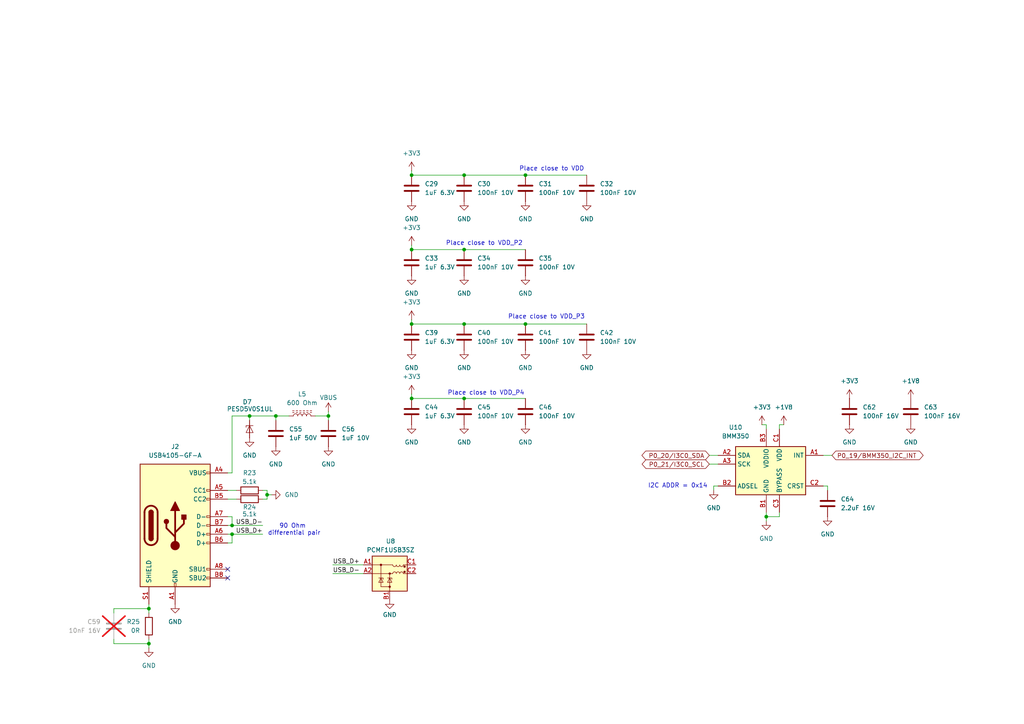
<source format=kicad_sch>
(kicad_sch (version 20250114) (generator "eeschema") (generator_version "9.0")
  (paper "A4")
  (title_block (title "MR-T1-EAP Adapter") (date "2025-08-28") (rev "X0") (company "NXP SEMICONDUCTORS B.V.") (comment 1 "Ethernet Adjacent Power Adapter") (comment 3 "DESIGNER: Iain Galloway") (comment 4 "CTO SYSTEM INNOVATIONS / MOBILE ROBOTICS DOMAIN"))
  (lib_symbols
    (symbol "Connector:USB_C_Receptacle_USB2.0_16P" (pin_names (offset 1.016))
      (property "Reference" "J" (at 0 22.225 0))
      (property "Value" "USB_C_Receptacle_USB2.0_16P" (at 0 19.685 0))
      (symbol "USB_C_Receptacle_USB2.0_16P_0_0"
        (rectangle (start -0.254 -17.78) (end 0.254 -16.764))
        (rectangle (start 10.16 15.494) (end 9.144 14.986))
        (rectangle (start 10.16 10.414) (end 9.144 9.906))
        (rectangle (start 10.16 7.874) (end 9.144 7.366))
        (rectangle (start 10.16 2.794) (end 9.144 2.286))
        (rectangle (start 10.16 0.254) (end 9.144 -0.254))
        (rectangle (start 10.16 -2.286) (end 9.144 -2.794))
        (rectangle (start 10.16 -4.826) (end 9.144 -5.334))
        (rectangle (start 10.16 -12.446) (end 9.144 -12.954))
        (rectangle (start 10.16 -14.986) (end 9.144 -15.494))
      )
      (symbol "USB_C_Receptacle_USB2.0_16P_0_1"
        (rectangle (start -10.16 17.78) (end 10.16 -17.78) (stroke (width 0.254)) (fill (type background)))
        (polyline (pts (xy -8.89 -3.81) (xy -8.89 3.81)) (stroke (width 0.508)))
        (rectangle (start -7.62 -3.81) (end -6.35 3.81) (stroke (width 0.254)) (fill (type outline)))
        (arc (start -7.62 3.81) (mid -6.985 4.4423) (end -6.35 3.81) (stroke (width 0.254)))
        (arc (start -7.62 3.81) (mid -6.985 4.4423) (end -6.35 3.81) (stroke (width 0.254)) (fill (type outline)))
        (arc (start -8.89 3.81) (mid -6.985 5.7067) (end -5.08 3.81) (stroke (width 0.508)))
        (arc (start -5.08 -3.81) (mid -6.985 -5.7067) (end -8.89 -3.81) (stroke (width 0.508)))
        (arc (start -6.35 -3.81) (mid -6.985 -4.4423) (end -7.62 -3.81) (stroke (width 0.254)))
        (arc (start -6.35 -3.81) (mid -6.985 -4.4423) (end -7.62 -3.81) (stroke (width 0.254)) (fill (type outline)))
        (polyline (pts (xy -5.08 3.81) (xy -5.08 -3.81)) (stroke (width 0.508)))
        (circle (center -2.54 1.143) (radius 0.635) (stroke (width 0.254)) (fill (type outline)))
        (polyline (pts (xy -1.27 4.318) (xy 0 6.858) (xy 1.27 4.318) (xy -1.27 4.318)) (stroke (width 0.254)) (fill (type outline)))
        (polyline (pts (xy 0 -2.032) (xy 2.54 0.508) (xy 2.54 1.778)) (stroke (width 0.508)))
        (polyline (pts (xy 0 -3.302) (xy -2.54 -0.762) (xy -2.54 0.508)) (stroke (width 0.508)))
        (polyline (pts (xy 0 -5.842) (xy 0 4.318)) (stroke (width 0.508)))
        (circle (center 0 -5.842) (radius 1.27) (fill (type outline)))
        (rectangle (start 1.905 1.778) (end 3.175 3.048) (stroke (width 0.254)) (fill (type outline)))
      )
      (symbol "USB_C_Receptacle_USB2.0_16P_1_1"
        (pin passive line (at -7.62 -22.86 90) (length 5.08) (name "SHIELD") (number "S1"))
        (pin passive line (at 0 -22.86 90) (length 5.08) (name "GND") (number "A1"))
        (pin passive line (at 0 -22.86 90) (length 5.08) (hide yes) (name "GND") (number "A12"))
        (pin passive line (at 0 -22.86 90) (length 5.08) (hide yes) (name "GND") (number "B1"))
        (pin passive line (at 0 -22.86 90) (length 5.08) (hide yes) (name "GND") (number "B12"))
        (pin passive line (at 15.24 15.24 180) (length 5.08) (name "VBUS") (number "A4"))
        (pin passive line (at 15.24 15.24 180) (length 5.08) (hide yes) (name "VBUS") (number "A9"))
        (pin passive line (at 15.24 15.24 180) (length 5.08) (hide yes) (name "VBUS") (number "B4"))
        (pin passive line (at 15.24 15.24 180) (length 5.08) (hide yes) (name "VBUS") (number "B9"))
        (pin bidirectional line (at 15.24 10.16 180) (length 5.08) (name "CC1") (number "A5"))
        (pin bidirectional line (at 15.24 7.62 180) (length 5.08) (name "CC2") (number "B5"))
        (pin bidirectional line (at 15.24 2.54 180) (length 5.08) (name "D-") (number "A7"))
        (pin bidirectional line (at 15.24 0 180) (length 5.08) (name "D-") (number "B7"))
        (pin bidirectional line (at 15.24 -2.54 180) (length 5.08) (name "D+") (number "A6"))
        (pin bidirectional line (at 15.24 -5.08 180) (length 5.08) (name "D+") (number "B6"))
        (pin bidirectional line (at 15.24 -12.7 180) (length 5.08) (name "SBU1") (number "A8"))
        (pin bidirectional line (at 15.24 -15.24 180) (length 5.08) (name "SBU2") (number "B8"))
      )
    )
    (symbol "Device:C" (pin_numbers (hide yes)) (pin_names (offset 0.254))
      (property "Reference" "C" (at 0.635 2.54 0))
      (property "Value" "C" (at 0.635 -2.54 0))
      (symbol "C_0_1"
        (polyline (pts (xy -2.032 0.762) (xy 2.032 0.762)) (stroke (width 0.508)))
        (polyline (pts (xy -2.032 -0.762) (xy 2.032 -0.762)) (stroke (width 0.508)))
      )
      (symbol "C_1_1"
        (pin passive line (at 0 3.81 270) (length 2.794) (name "~") (number "1"))
        (pin passive line (at 0 -3.81 90) (length 2.794) (name "~") (number "2"))
      )
    )
    (symbol "Device:L_Ferrite" (pin_numbers (hide yes)) (pin_names (offset 1.016) (hide yes))
      (property "Reference" "L" (at -1.27 0 90))
      (property "Value" "L_Ferrite" (at 2.794 0 90))
      (symbol "L_Ferrite_0_1"
        (arc (start 0 2.54) (mid 0.6323 1.905) (end 0 1.27))
        (arc (start 0 1.27) (mid 0.6323 0.635) (end 0 0))
        (arc (start 0 0) (mid 0.6323 -0.635) (end 0 -1.27))
        (arc (start 0 -1.27) (mid 0.6323 -1.905) (end 0 -2.54))
        (polyline (pts (xy 1.016 2.286) (xy 1.016 2.794)))
        (polyline (pts (xy 1.016 1.27) (xy 1.016 1.778)))
        (polyline (pts (xy 1.016 0.254) (xy 1.016 0.762)))
        (polyline (pts (xy 1.016 -0.762) (xy 1.016 -0.254)))
        (polyline (pts (xy 1.016 -1.778) (xy 1.016 -1.27)))
        (polyline (pts (xy 1.016 -2.794) (xy 1.016 -2.286)))
        (polyline (pts (xy 1.524 2.794) (xy 1.524 2.286)))
        (polyline (pts (xy 1.524 1.778) (xy 1.524 1.27)))
        (polyline (pts (xy 1.524 0.762) (xy 1.524 0.254)))
        (polyline (pts (xy 1.524 -0.254) (xy 1.524 -0.762)))
        (polyline (pts (xy 1.524 -1.27) (xy 1.524 -1.778)))
        (polyline (pts (xy 1.524 -2.286) (xy 1.524 -2.794)))
      )
      (symbol "L_Ferrite_1_1"
        (pin passive line (at 0 3.81 270) (length 1.27) (name "1") (number "1"))
        (pin passive line (at 0 -3.81 90) (length 1.27) (name "2") (number "2"))
      )
    )
    (symbol "Device:R" (pin_numbers (hide yes)) (pin_names (offset 0))
      (property "Reference" "R" (at 2.032 0 90))
      (property "Value" "R" (at 0 0 90))
      (symbol "R_0_1"
        (rectangle (start -1.016 -2.54) (end 1.016 2.54) (stroke (width 0.254)))
      )
      (symbol "R_1_1"
        (pin passive line (at 0 3.81 270) (length 1.27) (name "~") (number "1"))
        (pin passive line (at 0 -3.81 90) (length 1.27) (name "~") (number "2"))
      )
    )
    (symbol "Sensors:BMM350"
      (property "Reference" "U" (at 19.304 7.62 0))
      (property "Value" "BMM350" (at 19.304 5.08 0))
      (symbol "BMM350_1_1"
        (rectangle (start 5.08 2.54) (end 25.4 -11.43) (stroke (width 0.254)) (fill (type background)))
        (pin passive line (at 0 0 0) (length 5.08) (name "SDA") (number "A2"))
        (pin passive line (at 0 -2.54 0) (length 5.08) (name "SCK") (number "A3"))
        (pin passive line (at 0 -8.89 0) (length 5.08) (name "ADSEL") (number "B2"))
        (pin passive line (at 13.97 7.62 270) (length 5.08) (name "VDDIO") (number "B3"))
        (pin passive line (at 13.97 -16.51 90) (length 5.08) (name "GND") (number "B1"))
        (pin passive line (at 17.78 7.62 270) (length 5.08) (name "VDD") (number "C1"))
        (pin passive line (at 17.78 -16.51 90) (length 5.08) (name "BYPASS") (number "C3"))
        (pin passive line (at 30.48 0 180) (length 5.08) (name "INT") (number "A1"))
        (pin passive line (at 30.48 -8.89 180) (length 5.08) (name "CRST") (number "C2"))
      )
    )
    (symbol "TVS:PCMF1USB3SZ" (pin_names (hide yes))
      (property "Reference" "U" (at 0.508 7.366 0))
      (property "Value" "PCMF1USB3SZ" (at 0.508 4.826 0))
      (symbol "PCMF1USB3SZ_0_1"
        (rectangle (start 2.54 2.54) (end 12.7 -7.62) (stroke (width 0.254)) (fill (type background)))
        (polyline (pts (xy 2.54 0) (xy 8.509 0)))
        (polyline (pts (xy 2.54 -2.54) (xy 8.509 -2.54)))
        (polyline (pts (xy 5.08 0) (xy 5.08 -6.35)))
        (polyline (pts (xy 7.62 -2.54) (xy 7.62 -7.62)))
        (arc (start 9.525 -0.0377) (mid 9.017 -0.5094) (end 8.509 -0.0377))
        (arc (start 8.509 -2.5023) (mid 9.017 -2.0306) (end 9.525 -2.5023))
        (arc (start 10.541 -0.0377) (mid 10.033 -0.5094) (end 9.525 -0.0377))
        (arc (start 9.525 -2.5023) (mid 10.033 -2.0306) (end 10.541 -2.5023))
        (arc (start 11.557 -0.0377) (mid 11.049 -0.5094) (end 10.541 -0.0377))
        (arc (start 10.541 -2.5023) (mid 11.049 -2.0306) (end 11.557 -2.5023))
        (polyline (pts (xy 12.7 0) (xy 11.557 0)))
        (polyline (pts (xy 12.7 -2.54) (xy 11.557 -2.54)))
      )
      (symbol "PCMF1USB3SZ_1_1"
        (polyline (pts (xy 4.445 -5.08) (xy 5.715 -5.08) (xy 5.08 -3.81) (xy 4.445 -5.08)))
        (circle (center 5.08 0) (radius 0.254) (fill (type outline)))
        (polyline (pts (xy 5.715 -4.191) (xy 5.715 -3.81) (xy 4.445 -3.81)))
        (polyline (pts (xy 6.985 -5.08) (xy 8.255 -5.08) (xy 7.62 -3.81) (xy 6.985 -5.08)))
        (circle (center 7.62 -2.54) (radius 0.254) (fill (type outline)))
        (polyline (pts (xy 7.62 -6.35) (xy 5.08 -6.35)))
        (circle (center 7.62 -6.35) (radius 0.254) (fill (type outline)))
        (polyline (pts (xy 8.255 -4.191) (xy 8.255 -3.81) (xy 6.985 -3.81)))
        (circle (center 11.938 -0.508) (radius 0.254) (fill (type outline)))
        (circle (center 11.938 -2.032) (radius 0.254) (fill (type outline)))
        (pin passive line (at 0 0 0) (length 2.54) (name "CH1_IN+") (number "A1"))
        (pin passive line (at 0 -2.54 0) (length 2.54) (name "CH1_IN-") (number "A2"))
        (pin power_in line (at 7.62 -10.16 90) (length 2.54) (name "GND_CH1") (number "B1"))
        (pin passive line (at 15.24 0 180) (length 2.54) (name "CH1_OUT+") (number "C1"))
        (pin passive line (at 15.24 -2.54 180) (length 2.54) (name "CH1_OUT-") (number "C2"))
      )
    )
    (symbol "TVS:PESD5V0S1UL" (pin_numbers (hide yes)) (pin_names (hide yes))
      (property "Reference" "D" (at -2.794 4.318 0))
      (property "Value" "PESD5V0S1UL" (at 3.048 2.286 0))
      (symbol "PESD5V0S1UL_0_1"
        (polyline (pts (xy 1.524 1.016) (xy 1.524 -1.016) (xy 2.032 -1.016)))
        (polyline (pts (xy 1.524 0) (xy 3.556 0)))
        (polyline (pts (xy 3.556 1.016) (xy 1.524 0) (xy 3.556 -1.016) (xy 3.556 1.016)))
      )
      (symbol "PESD5V0S1UL_1_1"
        (pin passive line (at 0 0 0) (length 2.54) (name "K1") (number "1"))
        (pin passive line (at 5.08 0 180) (length 2.54) (name "A") (number "2"))
      )
    )
    (symbol "power:+3V3" (power) (pin_numbers (hide yes)) (pin_names (offset 0) (hide yes))
      (property "Value" "+3V3" (at 0 3.556 0))
      (symbol "+3V3_0_1"
        (polyline (pts (xy -0.762 1.27) (xy 0 2.54)))
        (polyline (pts (xy 0 2.54) (xy 0.762 1.27)))
        (polyline (pts (xy 0 0) (xy 0 2.54)))
      )
      (symbol "+3V3_1_1"
        (pin power_in line (at 0 0 90) (length 0) (name "~") (number "1"))
      )
    )
    (symbol "power:+5V" (power) (pin_numbers (hide yes)) (pin_names (offset 0) (hide yes))
      (property "Value" "+5V" (at 0 3.556 0))
      (symbol "+5V_0_1"
        (polyline (pts (xy -0.762 1.27) (xy 0 2.54)))
        (polyline (pts (xy 0 2.54) (xy 0.762 1.27)))
        (polyline (pts (xy 0 0) (xy 0 2.54)))
      )
      (symbol "+5V_1_1"
        (pin power_in line (at 0 0 90) (length 0) (name "~") (number "1"))
      )
    )
    (symbol "power:GND" (power) (pin_numbers (hide yes)) (pin_names (offset 0) (hide yes))
      (property "Value" "GND" (at 0 -3.81 0))
      (symbol "GND_0_1"
        (polyline (pts (xy 0 0) (xy 0 -1.27) (xy 1.27 -1.27) (xy 0 -2.54) (xy -1.27 -1.27) (xy 0 -1.27)))
      )
      (symbol "GND_1_1"
        (pin power_in line (at 0 0 270) (length 0) (name "~") (number "1"))
      )
    )
    (symbol "power:VBUS" (power) (pin_numbers (hide yes)) (pin_names (offset 0) (hide yes))
      (property "Value" "VBUS" (at 0 3.556 0))
      (symbol "VBUS_0_1"
        (polyline (pts (xy -0.762 1.27) (xy 0 2.54)))
        (polyline (pts (xy 0 2.54) (xy 0.762 1.27)))
        (polyline (pts (xy 0 0) (xy 0 2.54)))
      )
      (symbol "VBUS_1_1"
        (pin power_in line (at 0 0 90) (length 0) (name "~") (number "1"))
      )
    )
  )
  (text "Place close to VDD" (at 160.02 49.022 0) (effects (font (size 1.27 1.27))))
  (text "Place close to VDD_P4" (at 140.97 114.046 0) (effects (font (size 1.27 1.27))))
  (text "90 Ohm \ndifferential pair" (at 85.344 153.67 0) (effects (font (size 1.27 1.27))))
  (text "I2C ADDR = 0x14" (at 196.596 140.97 0) (effects (font (size 1.27 1.27))))
  (text "Place close to VDD_P3" (at 158.496 91.948 0) (effects (font (size 1.27 1.27))))
  (text "Place close to VDD_P2" (at 140.462 70.612 0) (effects (font (size 1.27 1.27))))
  (junction (at 95.25 120.65))
  (junction (at 152.4 50.8))
  (junction (at 152.4 93.98))
  (junction (at 43.18 186.69))
  (junction (at 119.38 115.57))
  (junction (at 43.18 176.53))
  (junction (at 67.31 152.4))
  (junction (at 134.62 93.98))
  (junction (at 134.62 115.57))
  (junction (at 80.01 120.65))
  (junction (at 67.31 154.94))
  (junction (at 119.38 72.39))
  (junction (at 72.39 120.65))
  (junction (at 222.25 149.86))
  (junction (at 119.38 93.98))
  (junction (at 119.38 50.8))
  (junction (at 134.62 72.39))
  (junction (at 77.47 143.51))
  (junction (at 134.62 50.8))
  (no_connect (at 66.04 167.64))
  (no_connect (at 66.04 165.1))
  (wire (pts (xy 43.18 176.53) (xy 43.18 175.26)))
  (wire (pts (xy 119.38 115.57) (xy 134.62 115.57)))
  (wire (pts (xy 43.18 176.53) (xy 43.18 177.8)))
  (wire (pts (xy 134.62 50.8) (xy 152.4 50.8)))
  (wire (pts (xy 96.52 163.83) (xy 105.41 163.83)))
  (wire (pts (xy 66.04 149.86) (xy 67.31 149.86)))
  (wire (pts (xy 66.04 137.16) (xy 67.31 137.16)))
  (wire (pts (xy 220.98 123.19) (xy 222.25 123.19)))
  (wire (pts (xy 66.04 144.78) (xy 68.58 144.78)))
  (wire (pts (xy 205.74 134.62) (xy 208.28 134.62)))
  (wire (pts (xy 222.25 149.86) (xy 222.25 151.13)))
  (wire (pts (xy 33.02 176.53) (xy 43.18 176.53)))
  (wire (pts (xy 95.25 119.38) (xy 95.25 120.65)))
  (wire (pts (xy 152.4 93.98) (xy 170.18 93.98)))
  (wire (pts (xy 119.38 50.8) (xy 134.62 50.8)))
  (wire (pts (xy 134.62 93.98) (xy 152.4 93.98)))
  (wire (pts (xy 67.31 154.94) (xy 76.2 154.94)))
  (wire (pts (xy 226.06 149.86) (xy 226.06 148.59)))
  (wire (pts (xy 222.25 149.86) (xy 226.06 149.86)))
  (wire (pts (xy 66.04 142.24) (xy 68.58 142.24)))
  (wire (pts (xy 67.31 120.65) (xy 67.31 137.16)))
  (wire (pts (xy 119.38 71.12) (xy 119.38 72.39)))
  (wire (pts (xy 91.44 120.65) (xy 95.25 120.65)))
  (wire (pts (xy 238.76 140.97) (xy 240.03 140.97)))
  (wire (pts (xy 222.25 148.59) (xy 222.25 149.86)))
  (wire (pts (xy 207.01 140.97) (xy 208.28 140.97)))
  (wire (pts (xy 205.74 132.08) (xy 208.28 132.08)))
  (wire (pts (xy 80.01 120.65) (xy 80.01 121.92)))
  (wire (pts (xy 134.62 115.57) (xy 152.4 115.57)))
  (wire (pts (xy 119.38 114.3) (xy 119.38 115.57)))
  (wire (pts (xy 240.03 140.97) (xy 240.03 142.24)))
  (wire (pts (xy 77.47 144.78) (xy 76.2 144.78)))
  (wire (pts (xy 77.47 143.51) (xy 78.74 143.51)))
  (wire (pts (xy 67.31 152.4) (xy 76.2 152.4)))
  (wire (pts (xy 67.31 149.86) (xy 67.31 152.4)))
  (wire (pts (xy 72.39 121.92) (xy 72.39 120.65)))
  (wire (pts (xy 77.47 142.24) (xy 77.47 143.51)))
  (wire (pts (xy 66.04 157.48) (xy 67.31 157.48)))
  (wire (pts (xy 238.76 132.08) (xy 241.3 132.08)))
  (wire (pts (xy 33.02 186.69) (xy 33.02 185.42)))
  (wire (pts (xy 67.31 157.48) (xy 67.31 154.94)))
  (wire (pts (xy 226.06 123.19) (xy 226.06 124.46)))
  (wire (pts (xy 95.25 120.65) (xy 95.25 121.92)))
  (wire (pts (xy 43.18 186.69) (xy 33.02 186.69)))
  (wire (pts (xy 207.01 140.97) (xy 207.01 142.24)))
  (wire (pts (xy 33.02 177.8) (xy 33.02 176.53)))
  (wire (pts (xy 77.47 143.51) (xy 77.47 144.78)))
  (wire (pts (xy 67.31 120.65) (xy 72.39 120.65)))
  (wire (pts (xy 119.38 72.39) (xy 134.62 72.39)))
  (wire (pts (xy 119.38 92.71) (xy 119.38 93.98)))
  (wire (pts (xy 152.4 50.8) (xy 170.18 50.8)))
  (wire (pts (xy 66.04 154.94) (xy 67.31 154.94)))
  (wire (pts (xy 72.39 120.65) (xy 80.01 120.65)))
  (wire (pts (xy 119.38 93.98) (xy 134.62 93.98)))
  (wire (pts (xy 134.62 72.39) (xy 152.4 72.39)))
  (wire (pts (xy 96.52 166.37) (xy 105.41 166.37)))
  (wire (pts (xy 227.33 123.19) (xy 226.06 123.19)))
  (wire (pts (xy 76.2 142.24) (xy 77.47 142.24)))
  (wire (pts (xy 66.04 152.4) (xy 67.31 152.4)))
  (wire (pts (xy 80.01 120.65) (xy 83.82 120.65)))
  (wire (pts (xy 119.38 49.53) (xy 119.38 50.8)))
  (wire (pts (xy 43.18 186.69) (xy 43.18 187.96)))
  (wire (pts (xy 222.25 123.19) (xy 222.25 124.46)))
  (wire (pts (xy 43.18 185.42) (xy 43.18 186.69)))
  (label "USB_D+" (at 96.52 163.83 0))
  (label "USB_D-" (at 96.52 166.37 0))
  (label "USB_D-" (at 76.2 152.4 180))
  (label "USB_D+" (at 76.2 154.94 180))
  (global_label "P0_21{slash}I3C0_SCL" (shape bidirectional) (at 205.74 134.62 180) (property "Intersheetrefs" "${INTERSHEET_REFS}" (at 185.6779 134.62 0) (effects (justify right))))
  (global_label "P0_19{slash}BMM350_I2C_INT" (shape bidirectional) (at 241.3 132.08 0) (property "Intersheetrefs" "${INTERSHEET_REFS}" (at 268.3168 132.08 0) (effects (justify left))))
  (global_label "P0_20{slash}I3C0_SDA" (shape bidirectional) (at 205.74 132.08 180) (property "Intersheetrefs" "${INTERSHEET_REFS}" (at 185.6174 132.08 0) (effects (justify right))))
  (symbol (lib_id "Device:C") (at 134.62 119.38 0) (unit 1)
    (property "Reference" "C45" (at 138.43 118.1099 0) (effects (justify left)))
    (property "Value" "100nF 10V" (at 138.43 120.6499 0) (effects (justify left)))
    (property "Footprint" "Capacitor_SMD:C_0201_0603Metric" (effects (hide yes)))
    (property "Description" "Unpolarized capacitor" (effects (hide yes)))
    (property "MF" "Murata Electronics" (effects (hide yes)))
    (property "MFPN" "GRM033Z71A104KE14D " (effects (hide yes)))
    (property "JLCPCB" "C161494" (effects (hide yes)))
    (property "DigiKey" "490-GRM033Z71A104KE14DCT-ND " (effects (hide yes)))
  )
  (symbol (lib_id "power:VBUS") (at 95.25 119.38 0) (unit 1)
    (property "Reference" "#PWR094" (effects (hide yes)))
    (property "Value" "VBUS" (at 92.71 115.316 0) (effects (justify left)))
    (property "Description" "Power symbol creates a global label with name \"VBUS\"" (effects (hide yes)))
  )
  (symbol (lib_id "Device:C") (at 170.18 54.61 0) (unit 1)
    (property "Reference" "C32" (at 173.99 53.3399 0) (effects (justify left)))
    (property "Value" "100nF 10V" (at 173.99 55.8799 0) (effects (justify left)))
    (property "Footprint" "Capacitor_SMD:C_0201_0603Metric" (effects (hide yes)))
    (property "Description" "Unpolarized capacitor" (effects (hide yes)))
    (property "MF" "Murata Electronics" (effects (hide yes)))
    (property "MFPN" "GRM033Z71A104KE14D " (effects (hide yes)))
    (property "JLCPCB" "C161494" (effects (hide yes)))
    (property "DigiKey" "490-GRM033Z71A104KE14DCT-ND " (effects (hide yes)))
  )
  (symbol (lib_id "Device:R") (at 72.39 142.24 90) (unit 1)
    (property "Reference" "R23" (at 72.39 137.16 90))
    (property "Value" "5.1k" (at 72.39 139.7 90))
    (property "Footprint" "Resistor_SMD:R_0402_1005Metric" (effects (hide yes)))
    (property "Description" "Resistor" (effects (hide yes)))
    (property "MF" "YAGEO" (effects (hide yes)))
    (property "MFPN" "AC0402FR-075K1L" (effects (hide yes)))
    (property "DigiKey" "YAG3503CT-ND" (effects (hide yes)))
    (property "JLCPCB" "C144745" (effects (hide yes)))
  )
  (symbol (lib_id "power:GND") (at 240.03 149.86 0) (unit 1)
    (property "Reference" "#PWR0118" (effects (hide yes)))
    (property "Value" "GND" (at 240.03 154.94 0))
    (property "Description" "Power symbol creates a global label with name \"GND\" , ground" (effects (hide yes)))
  )
  (symbol (lib_id "Device:C") (at 119.38 97.79 0) (unit 1)
    (property "Reference" "C39" (at 123.19 96.5199 0) (effects (justify left)))
    (property "Value" "1uF 6.3V" (at 123.19 99.0599 0) (effects (justify left)))
    (property "Footprint" "Capacitor_SMD:C_0402_1005Metric" (effects (hide yes)))
    (property "Description" "Unpolarized capacitor" (effects (hide yes)))
    (property "MF" "Murata Electronics" (effects (hide yes)))
    (property "MFPN" "GRM155R70J105KA12D" (effects (hide yes)))
    (property "JLCPCB" "C88945" (effects (hide yes)))
    (property "DigiKey" "490-10024-1-ND " (effects (hide yes)))
  )
  (symbol (lib_id "Device:L_Ferrite") (at 87.63 120.65 90) (unit 1)
    (property "Reference" "L5" (at 87.63 114.3 90))
    (property "Value" "600 Ohm" (at 87.63 116.84 90))
    (property "Footprint" "Inductor_SMD:L_0402_1005Metric" (effects (hide yes)))
    (property "Datasheet" "https://www.murata.com/en-us/products/productdata/8796740059166/ENFA0018.pdf" (effects (hide yes)))
    (property "Description" "600 Ohms @ 100 MHz 1 Ferrite Bead 0402 (1005 Metric) 300mA 520mOhm" (effects (hide yes)))
    (property "MF" "Murata Electronics" (effects (hide yes)))
    (property "MFPN" "BLM15AG601SN1D" (effects (hide yes)))
    (property "JLCPCB" "C76884" (effects (hide yes)))
    (property "DigiKey" "490-1006-1-ND " (effects (hide yes)))
  )
  (symbol (lib_id "Device:C") (at 134.62 76.2 0) (unit 1)
    (property "Reference" "C34" (at 138.43 74.9299 0) (effects (justify left)))
    (property "Value" "100nF 10V" (at 138.43 77.4699 0) (effects (justify left)))
    (property "Footprint" "Capacitor_SMD:C_0201_0603Metric" (effects (hide yes)))
    (property "Description" "Unpolarized capacitor" (effects (hide yes)))
    (property "MF" "Murata Electronics" (effects (hide yes)))
    (property "MFPN" "GRM033Z71A104KE14D " (effects (hide yes)))
    (property "JLCPCB" "C161494" (effects (hide yes)))
    (property "DigiKey" "490-GRM033Z71A104KE14DCT-ND " (effects (hide yes)))
  )
  (symbol (lib_id "Device:C") (at 119.38 54.61 0) (unit 1)
    (property "Reference" "C29" (at 123.19 53.3399 0) (effects (justify left)))
    (property "Value" "1uF 6.3V" (at 123.19 55.8799 0) (effects (justify left)))
    (property "Footprint" "Capacitor_SMD:C_0402_1005Metric" (effects (hide yes)))
    (property "Description" "Unpolarized capacitor" (effects (hide yes)))
    (property "MF" "Murata Electronics" (effects (hide yes)))
    (property "MFPN" "GRM155R70J105KA12D" (effects (hide yes)))
    (property "JLCPCB" "C88945" (effects (hide yes)))
    (property "DigiKey" "490-10024-1-ND " (effects (hide yes)))
  )
  (symbol (lib_id "power:GND") (at 152.4 101.6 0) (unit 1)
    (property "Reference" "#PWR076" (effects (hide yes)))
    (property "Value" "GND" (at 152.4 106.68 0))
    (property "Description" "Power symbol creates a global label with name \"GND\" , ground" (effects (hide yes)))
  )
  (symbol (lib_id "power:GND") (at 50.8 175.26 0) (unit 1)
    (property "Reference" "#PWR0104" (effects (hide yes)))
    (property "Value" "GND" (at 50.8 180.34 0))
    (property "Description" "Power symbol creates a global label with name \"GND\" , ground" (effects (hide yes)))
  )
  (symbol (lib_id "power:GND") (at 119.38 123.19 0) (unit 1)
    (property "Reference" "#PWR083" (effects (hide yes)))
    (property "Value" "GND" (at 119.38 128.27 0))
    (property "Description" "Power symbol creates a global label with name \"GND\" , ground" (effects (hide yes)))
  )
  (symbol (lib_id "Device:C") (at 240.03 146.05 0) (unit 1)
    (property "Reference" "C64" (at 243.84 144.7799 0) (effects (justify left)))
    (property "Value" "2.2uF 16V" (at 243.84 147.3199 0) (effects (justify left)))
    (property "Footprint" "Capacitor_SMD:C_0805_2012Metric" (effects (hide yes)))
    (property "Description" "Unpolarized capacitor" (effects (hide yes)))
    (property "MF" "Murata Electronics" (effects (hide yes)))
    (property "MFPN" "GRM21BR71C225KA12L" (effects (hide yes)))
    (property "DigiKey" "490-3906-1-ND" (effects (hide yes)))
    (property "JLCPCB" "C108378" (effects (hide yes)))
  )
  (symbol (lib_id "Device:C") (at 80.01 125.73 0) (unit 1)
    (property "Reference" "C55" (at 83.82 124.4599 0) (effects (justify left)))
    (property "Value" "1uF 50V" (at 83.82 126.9999 0) (effects (justify left)))
    (property "Footprint" "Capacitor_SMD:C_0805_2012Metric" (effects (hide yes)))
    (property "Description" "Unpolarized capacitor" (effects (hide yes)))
    (property "MF" "Murata Electronics" (effects (hide yes)))
    (property "MFPN" "GJ821BR71H105KA12L" (effects (hide yes)))
    (property "JLCPCB" "C161281" (effects (hide yes)))
    (property "DigiKey" "490-14440-1-ND" (effects (hide yes)))
  )
  (symbol (lib_id "Device:C") (at 264.16 119.38 0) (unit 1)
    (property "Reference" "C63" (at 267.97 118.1099 0) (effects (justify left)))
    (property "Value" "100nF 16V" (at 267.97 120.6499 0) (effects (justify left)))
    (property "Footprint" "Capacitor_SMD:C_0402_1005Metric" (effects (hide yes)))
    (property "Description" "Unpolarized capacitor" (effects (hide yes)))
    (property "MF" "Murata Electronics" (effects (hide yes)))
    (property "MFPN" "GRM155R71C104KA88D" (effects (hide yes)))
    (property "DigiKey" "490-3261-1-ND" (effects (hide yes)))
    (property "JLCPCB" "C71629" (effects (hide yes)))
  )
  (symbol (lib_id "power:GND") (at 95.25 129.54 0) (unit 1)
    (property "Reference" "#PWR097" (effects (hide yes)))
    (property "Value" "GND" (at 95.25 134.62 0))
    (property "Description" "Power symbol creates a global label with name \"GND\" , ground" (effects (hide yes)))
  )
  (symbol (lib_id "power:GND") (at 246.38 123.19 0) (unit 1)
    (property "Reference" "#PWR0115" (effects (hide yes)))
    (property "Value" "GND" (at 246.38 128.27 0))
    (property "Description" "Power symbol creates a global label with name \"GND\" , ground" (effects (hide yes)))
  )
  (symbol (lib_id "Device:C") (at 119.38 76.2 0) (unit 1)
    (property "Reference" "C33" (at 123.19 74.9299 0) (effects (justify left)))
    (property "Value" "1uF 6.3V" (at 123.19 77.4699 0) (effects (justify left)))
    (property "Footprint" "Capacitor_SMD:C_0402_1005Metric" (effects (hide yes)))
    (property "Description" "Unpolarized capacitor" (effects (hide yes)))
    (property "MF" "Murata Electronics" (effects (hide yes)))
    (property "MFPN" "GRM155R70J105KA12D" (effects (hide yes)))
    (property "JLCPCB" "C88945" (effects (hide yes)))
    (property "DigiKey" "490-10024-1-ND " (effects (hide yes)))
  )
  (symbol (lib_id "power:GND") (at 119.38 80.01 0) (unit 1)
    (property "Reference" "#PWR066" (effects (hide yes)))
    (property "Value" "GND" (at 119.38 85.09 0))
    (property "Description" "Power symbol creates a global label with name \"GND\" , ground" (effects (hide yes)))
  )
  (symbol (lib_id "Device:C") (at 152.4 119.38 0) (unit 1)
    (property "Reference" "C46" (at 156.21 118.1099 0) (effects (justify left)))
    (property "Value" "100nF 10V" (at 156.21 120.6499 0) (effects (justify left)))
    (property "Footprint" "Capacitor_SMD:C_0201_0603Metric" (effects (hide yes)))
    (property "Description" "Unpolarized capacitor" (effects (hide yes)))
    (property "MF" "Murata Electronics" (effects (hide yes)))
    (property "MFPN" "GRM033Z71A104KE14D " (effects (hide yes)))
    (property "JLCPCB" "C161494" (effects (hide yes)))
    (property "DigiKey" "490-GRM033Z71A104KE14DCT-ND " (effects (hide yes)))
  )
  (symbol (lib_id "power:+3V3") (at 119.38 92.71 0) (unit 1)
    (property "Reference" "#PWR072" (effects (hide yes)))
    (property "Value" "+3V3" (at 119.38 87.63 0))
    (property "Description" "Power symbol creates a global label with name \"+3V3\"" (effects (hide yes)))
  )
  (symbol (lib_id "power:GND") (at 264.16 123.19 0) (unit 1)
    (property "Reference" "#PWR0116" (effects (hide yes)))
    (property "Value" "GND" (at 264.16 128.27 0))
    (property "Description" "Power symbol creates a global label with name \"GND\" , ground" (effects (hide yes)))
  )
  (symbol (lib_id "Device:C") (at 119.38 119.38 0) (unit 1)
    (property "Reference" "C44" (at 123.19 118.1099 0) (effects (justify left)))
    (property "Value" "1uF 6.3V" (at 123.19 120.6499 0) (effects (justify left)))
    (property "Footprint" "Capacitor_SMD:C_0402_1005Metric" (effects (hide yes)))
    (property "Description" "Unpolarized capacitor" (effects (hide yes)))
    (property "MF" "Murata Electronics" (effects (hide yes)))
    (property "MFPN" "GRM155R70J105KA12D" (effects (hide yes)))
    (property "JLCPCB" "C88945" (effects (hide yes)))
    (property "DigiKey" "490-10024-1-ND " (effects (hide yes)))
  )
  (symbol (lib_id "Device:C") (at 134.62 54.61 0) (unit 1)
    (property "Reference" "C30" (at 138.43 53.3399 0) (effects (justify left)))
    (property "Value" "100nF 10V" (at 138.43 55.8799 0) (effects (justify left)))
    (property "Footprint" "Capacitor_SMD:C_0201_0603Metric" (effects (hide yes)))
    (property "Description" "Unpolarized capacitor" (effects (hide yes)))
    (property "MF" "Murata Electronics" (effects (hide yes)))
    (property "MFPN" "GRM033Z71A104KE14D " (effects (hide yes)))
    (property "JLCPCB" "C161494" (effects (hide yes)))
    (property "DigiKey" "490-GRM033Z71A104KE14DCT-ND " (effects (hide yes)))
  )
  (symbol (lib_id "Device:C") (at 152.4 76.2 0) (unit 1)
    (property "Reference" "C35" (at 156.21 74.9299 0) (effects (justify left)))
    (property "Value" "100nF 10V" (at 156.21 77.4699 0) (effects (justify left)))
    (property "Footprint" "Capacitor_SMD:C_0201_0603Metric" (effects (hide yes)))
    (property "Description" "Unpolarized capacitor" (effects (hide yes)))
    (property "MF" "Murata Electronics" (effects (hide yes)))
    (property "MFPN" "GRM033Z71A104KE14D " (effects (hide yes)))
    (property "JLCPCB" "C161494" (effects (hide yes)))
    (property "DigiKey" "490-GRM033Z71A104KE14DCT-ND " (effects (hide yes)))
  )
  (symbol (lib_id "Device:C") (at 152.4 97.79 0) (unit 1)
    (property "Reference" "C41" (at 156.21 96.5199 0) (effects (justify left)))
    (property "Value" "100nF 10V" (at 156.21 99.0599 0) (effects (justify left)))
    (property "Footprint" "Capacitor_SMD:C_0201_0603Metric" (effects (hide yes)))
    (property "Description" "Unpolarized capacitor" (effects (hide yes)))
    (property "MF" "Murata Electronics" (effects (hide yes)))
    (property "MFPN" "GRM033Z71A104KE14D " (effects (hide yes)))
    (property "JLCPCB" "C161494" (effects (hide yes)))
    (property "DigiKey" "490-GRM033Z71A104KE14DCT-ND " (effects (hide yes)))
  )
  (symbol (lib_id "Device:C") (at 170.18 97.79 0) (unit 1)
    (property "Reference" "C42" (at 173.99 96.5199 0) (effects (justify left)))
    (property "Value" "100nF 10V" (at 173.99 99.0599 0) (effects (justify left)))
    (property "Footprint" "Capacitor_SMD:C_0201_0603Metric" (effects (hide yes)))
    (property "Description" "Unpolarized capacitor" (effects (hide yes)))
    (property "MF" "Murata Electronics" (effects (hide yes)))
    (property "MFPN" "GRM033Z71A104KE14D " (effects (hide yes)))
    (property "JLCPCB" "C161494" (effects (hide yes)))
    (property "DigiKey" "490-GRM033Z71A104KE14DCT-ND " (effects (hide yes)))
  )
  (symbol (lib_id "power:+3V3") (at 220.98 123.19 0) (unit 1)
    (property "Reference" "#PWR0113" (effects (hide yes)))
    (property "Value" "+3V3" (at 220.98 118.11 0))
    (property "Description" "Power symbol creates a global label with name \"+3V3\"" (effects (hide yes)))
  )
  (symbol (lib_id "power:+3V3") (at 119.38 49.53 0) (unit 1)
    (property "Reference" "#PWR059" (effects (hide yes)))
    (property "Value" "+3V3" (at 119.38 44.45 0))
    (property "Description" "Power symbol creates a global label with name \"+3V3\"" (effects (hide yes)))
  )
  (symbol (lib_id "power:GND") (at 170.18 101.6 0) (unit 1)
    (property "Reference" "#PWR077" (effects (hide yes)))
    (property "Value" "GND" (at 170.18 106.68 0))
    (property "Description" "Power symbol creates a global label with name \"GND\" , ground" (effects (hide yes)))
  )
  (symbol (lib_id "power:GND") (at 43.18 187.96 0) (unit 1)
    (property "Reference" "#PWR0105" (effects (hide yes)))
    (property "Value" "GND" (at 43.18 193.04 0))
    (property "Description" "Power symbol creates a global label with name \"GND\" , ground" (effects (hide yes)))
  )
  (symbol (lib_id "power:GND") (at 78.74 143.51 90) (unit 1)
    (property "Reference" "#PWR0100" (effects (hide yes)))
    (property "Value" "GND" (at 82.55 143.5099 90) (effects (justify right)))
    (property "Description" "Power symbol creates a global label with name \"GND\" , ground" (effects (hide yes)))
  )
  (symbol (lib_id "power:GND") (at 222.25 151.13 0) (unit 1)
    (property "Reference" "#PWR0119" (effects (hide yes)))
    (property "Value" "GND" (at 222.25 156.21 0))
    (property "Description" "Power symbol creates a global label with name \"GND\" , ground" (effects (hide yes)))
  )
  (symbol (lib_id "power:+3V3") (at 119.38 114.3 0) (unit 1)
    (property "Reference" "#PWR081" (effects (hide yes)))
    (property "Value" "+3V3" (at 119.38 109.22 0))
    (property "Description" "Power symbol creates a global label with name \"+3V3\"" (effects (hide yes)))
  )
  (symbol (lib_id "power:GND") (at 170.18 58.42 0) (unit 1)
    (property "Reference" "#PWR063" (effects (hide yes)))
    (property "Value" "GND" (at 170.18 63.5 0))
    (property "Description" "Power symbol creates a global label with name \"GND\" , ground" (effects (hide yes)))
  )
  (symbol (lib_id "power:+5V") (at 264.16 115.57 0) (unit 1)
    (property "Reference" "#PWR0112" (effects (hide yes)))
    (property "Value" "+1V8" (at 264.16 110.49 0))
    (property "Description" "Power symbol creates a global label with name \"+5V\"" (effects (hide yes)))
  )
  (symbol (lib_id "power:GND") (at 134.62 58.42 0) (unit 1)
    (property "Reference" "#PWR061" (effects (hide yes)))
    (property "Value" "GND" (at 134.62 63.5 0))
    (property "Description" "Power symbol creates a global label with name \"GND\" , ground" (effects (hide yes)))
  )
  (symbol (lib_id "power:GND") (at 80.01 129.54 0) (unit 1)
    (property "Reference" "#PWR096" (effects (hide yes)))
    (property "Value" "GND" (at 80.01 134.62 0))
    (property "Description" "Power symbol creates a global label with name \"GND\" , ground" (effects (hide yes)))
  )
  (symbol (lib_id "power:+3V3") (at 119.38 71.12 0) (unit 1)
    (property "Reference" "#PWR064" (effects (hide yes)))
    (property "Value" "+3V3" (at 119.38 66.04 0))
    (property "Description" "Power symbol creates a global label with name \"+3V3\"" (effects (hide yes)))
  )
  (symbol (lib_id "TVS:PCMF1USB3SZ") (at 105.41 163.83 0) (unit 1)
    (property "Reference" "U8" (at 113.284 156.972 0))
    (property "Value" "PCMF1USB3SZ" (at 113.284 159.512 0))
    (property "Footprint" "TVS:PESD1USB3BCX" (effects (hide yes)))
    (property "Datasheet" "https://assets.nexperia.com/documents/data-sheet/PCMFXUSB3S_SER.pdf" (effects (hide yes)))
    (property "Description" "PCMFxUSB3S - Common-mode EMI filter for differential channels with integrated ESD protection" (effects (hide yes)))
    (property "MF" "Nexperia USA Inc." (effects (hide yes)))
    (property "MFPN" "PCMF1USB3SZ" (effects (hide yes)))
    (property "DigiKey" "1727-2508-1-ND" (effects (hide yes)))
    (property "JLCPCB" "-" (effects (hide yes)))
  )
  (symbol (lib_id "Connector:USB_C_Receptacle_USB2.0_16P") (at 50.8 152.4 0) (unit 1)
    (property "Reference" "J2" (at 50.8 129.54 0))
    (property "Value" "USB4105-GF-A" (at 50.8 132.08 0))
    (property "Footprint" "Connector_USB:USB_C_Receptacle_GCT_USB4105-xx-A_16P_TopMnt_Horizontal" (effects (hide yes)))
    (property "Datasheet" "https://www.usb.org/sites/default/files/documents/usb_type-c.zip" (effects (hide yes)))
    (property "Description" "USB 2.0-only 16P Type-C Receptacle connector" (effects (hide yes)))
    (property "MF" "GCT" (effects (hide yes)))
    (property "MFPN" "USB4105-GF-A" (effects (hide yes)))
    (property "DigiKey" "2073-USB4105-GF-ACT-ND" (effects (hide yes)))
    (property "JLCPCB" "C165948" (effects (hide yes)))
  )
  (symbol (lib_id "Device:C") (at 95.25 125.73 0) (unit 1)
    (property "Reference" "C56" (at 99.06 124.4599 0) (effects (justify left)))
    (property "Value" "1uF 10V" (at 99.06 126.9999 0) (effects (justify left)))
    (property "Footprint" "Capacitor_SMD:C_0402_1005Metric" (effects (hide yes)))
    (property "Description" "Unpolarized capacitor" (effects (hide yes)))
    (property "MF" "Murata Electronics" (effects (hide yes)))
    (property "MFPN" "GRM155Z71A105KE01D" (effects (hide yes)))
    (property "JLCPCB" "C528974" (effects (hide yes)))
    (property "DigiKey" "490-GRM155Z71A105KE01DCT-ND " (effects (hide yes)))
  )
  (symbol (lib_id "power:GND") (at 134.62 80.01 0) (unit 1)
    (property "Reference" "#PWR067" (effects (hide yes)))
    (property "Value" "GND" (at 134.62 85.09 0))
    (property "Description" "Power symbol creates a global label with name \"GND\" , ground" (effects (hide yes)))
  )
  (symbol (lib_id "power:GND") (at 113.03 173.99 0) (unit 1)
    (property "Reference" "#PWR0101" (effects (hide yes)))
    (property "Value" "GND" (at 113.03 178.308 0))
    (property "Description" "Power symbol creates a global label with name \"GND\" , ground" (effects (hide yes)))
  )
  (symbol (lib_id "Device:R") (at 72.39 144.78 270) (mirror x) (unit 1)
    (property "Reference" "R24" (at 72.39 147.066 90))
    (property "Value" "5.1k" (at 72.39 149.098 90))
    (property "Footprint" "Resistor_SMD:R_0402_1005Metric" (effects (hide yes)))
    (property "Description" "Resistor" (effects (hide yes)))
    (property "MF" "YAGEO" (effects (hide yes)))
    (property "MFPN" "AC0402FR-075K1L" (effects (hide yes)))
    (property "DigiKey" "YAG3503CT-ND" (effects (hide yes)))
    (property "JLCPCB" "C144745" (effects (hide yes)))
  )
  (symbol (lib_id "Device:C") (at 152.4 54.61 0) (unit 1)
    (property "Reference" "C31" (at 156.21 53.3399 0) (effects (justify left)))
    (property "Value" "100nF 10V" (at 156.21 55.8799 0) (effects (justify left)))
    (property "Footprint" "Capacitor_SMD:C_0201_0603Metric" (effects (hide yes)))
    (property "Description" "Unpolarized capacitor" (effects (hide yes)))
    (property "MF" "Murata Electronics" (effects (hide yes)))
    (property "MFPN" "GRM033Z71A104KE14D " (effects (hide yes)))
    (property "JLCPCB" "C161494" (effects (hide yes)))
    (property "DigiKey" "490-GRM033Z71A104KE14DCT-ND " (effects (hide yes)))
  )
  (symbol (lib_id "Device:C") (at 33.02 181.61 0) (mirror y) (unit 1) (dnp yes)
    (property "Reference" "C59" (at 29.21 180.3399 0) (effects (justify left)))
    (property "Value" "10nF 16V" (at 29.21 182.8799 0) (effects (justify left)))
    (property "Footprint" "Capacitor_SMD:C_0402_1005Metric" (effects (hide yes)))
    (property "Description" "Unpolarized capacitor" (effects (hide yes)))
    (property "MF" "Murata Electronics" (effects (hide yes)))
    (property "MFPN" "GRM155R71H103KA88D" (effects (hide yes)))
  )
  (symbol (lib_id "power:GND") (at 207.01 142.24 0) (unit 1)
    (property "Reference" "#PWR0117" (effects (hide yes)))
    (property "Value" "GND" (at 207.01 147.32 0))
    (property "Description" "Power symbol creates a global label with name \"GND\" , ground" (effects (hide yes)))
  )
  (symbol (lib_id "power:+5V") (at 227.33 123.19 0) (unit 1)
    (property "Reference" "#PWR0114" (effects (hide yes)))
    (property "Value" "+1V8" (at 227.33 118.11 0))
    (property "Description" "Power symbol creates a global label with name \"+5V\"" (effects (hide yes)))
  )
  (symbol (lib_id "power:GND") (at 152.4 58.42 0) (unit 1)
    (property "Reference" "#PWR062" (effects (hide yes)))
    (property "Value" "GND" (at 152.4 63.5 0))
    (property "Description" "Power symbol creates a global label with name \"GND\" , ground" (effects (hide yes)))
  )
  (symbol (lib_id "power:GND") (at 119.38 101.6 0) (unit 1)
    (property "Reference" "#PWR074" (effects (hide yes)))
    (property "Value" "GND" (at 119.38 106.68 0))
    (property "Description" "Power symbol creates a global label with name \"GND\" , ground" (effects (hide yes)))
  )
  (symbol (lib_id "power:GND") (at 134.62 123.19 0) (unit 1)
    (property "Reference" "#PWR084" (effects (hide yes)))
    (property "Value" "GND" (at 134.62 128.27 0))
    (property "Description" "Power symbol creates a global label with name \"GND\" , ground" (effects (hide yes)))
  )
  (symbol (lib_id "power:GND") (at 119.38 58.42 0) (unit 1)
    (property "Reference" "#PWR060" (effects (hide yes)))
    (property "Value" "GND" (at 119.38 63.5 0))
    (property "Description" "Power symbol creates a global label with name \"GND\" , ground" (effects (hide yes)))
  )
  (symbol (lib_id "TVS:PESD5V0S1UL") (at 72.39 121.92 270) (unit 1)
    (property "Reference" "D7" (at 70.358 116.586 90) (effects (justify left)))
    (property "Value" "PESD5V0S1UL" (at 65.786 118.618 90) (effects (justify left)))
    (property "Footprint" "TVS:PESD5V0S1ULD315" (effects (hide yes)))
    (property "Datasheet" "https://assets.nexperia.com/documents/data-sheet/PESD5V0S1UL.pdf" (effects (hide yes)))
    (property "Description" "TVS DIODE 5VWM 20VC DFN1006-2" (effects (hide yes)))
    (property "MF" "Nexperia" (effects (hide yes)))
    (property "MFPN" "PESD5V0S1UL,315" (effects (hide yes)))
    (property "JLCPCB" "C85402" (effects (hide yes)))
    (property "DigiKey" "1727-4189-1-ND " (effects (hide yes)))
  )
  (symbol (lib_id "Device:C") (at 246.38 119.38 0) (unit 1)
    (property "Reference" "C62" (at 250.19 118.1099 0) (effects (justify left)))
    (property "Value" "100nF 16V" (at 250.19 120.6499 0) (effects (justify left)))
    (property "Footprint" "Capacitor_SMD:C_0402_1005Metric" (effects (hide yes)))
    (property "Description" "Unpolarized capacitor" (effects (hide yes)))
    (property "MF" "Murata Electronics" (effects (hide yes)))
    (property "MFPN" "GRM155R71C104KA88D" (effects (hide yes)))
    (property "DigiKey" "490-3261-1-ND" (effects (hide yes)))
    (property "JLCPCB" "C71629" (effects (hide yes)))
  )
  (symbol (lib_id "Device:R") (at 43.18 181.61 0) (mirror x) (unit 1)
    (property "Reference" "R25" (at 40.64 180.3399 0) (effects (justify right)))
    (property "Value" "0R" (at 40.64 182.8799 0) (effects (justify right)))
    (property "Footprint" "Resistor_SMD:R_0402_1005Metric" (effects (hide yes)))
    (property "Description" "Resistor" (effects (hide yes)))
    (property "MF" "YAGEO" (effects (hide yes)))
    (property "MFPN" "RC0402JR-070RL" (effects (hide yes)))
    (property "DigiKey" "311-0.0JRCT-ND" (effects (hide yes)))
    (property "JLCPCB" "C60485" (effects (hide yes)))
  )
  (symbol (lib_id "power:+3V3") (at 246.38 115.57 0) (unit 1)
    (property "Reference" "#PWR0111" (effects (hide yes)))
    (property "Value" "+3V3" (at 246.38 110.49 0))
    (property "Description" "Power symbol creates a global label with name \"+3V3\"" (effects (hide yes)))
  )
  (symbol (lib_id "Device:C") (at 134.62 97.79 0) (unit 1)
    (property "Reference" "C40" (at 138.43 96.5199 0) (effects (justify left)))
    (property "Value" "100nF 10V" (at 138.43 99.0599 0) (effects (justify left)))
    (property "Footprint" "Capacitor_SMD:C_0201_0603Metric" (effects (hide yes)))
    (property "Description" "Unpolarized capacitor" (effects (hide yes)))
    (property "MF" "Murata Electronics" (effects (hide yes)))
    (property "MFPN" "GRM033Z71A104KE14D " (effects (hide yes)))
    (property "JLCPCB" "C161494" (effects (hide yes)))
    (property "DigiKey" "490-GRM033Z71A104KE14DCT-ND " (effects (hide yes)))
  )
  (symbol (lib_id "power:GND") (at 72.39 127 0) (unit 1)
    (property "Reference" "#PWR095" (effects (hide yes)))
    (property "Value" "GND" (at 72.39 132.08 0))
    (property "Description" "Power symbol creates a global label with name \"GND\" , ground" (effects (hide yes)))
  )
  (symbol (lib_id "Sensors:BMM350") (at 208.28 132.08 0) (unit 1)
    (property "Reference" "U10" (at 213.36 123.952 0))
    (property "Value" "BMM350" (at 213.36 126.492 0))
    (property "Footprint" "Sensors:BGA9C40P3X3_128X128X54" (effects (hide yes)))
    (property "Datasheet" "https://www.bosch-sensortec.com/media/boschsensortec/downloads/datasheets/bst-bmm350-ds001.pdf" (effects (hide yes)))
    (property "Description" "Board Mount Hall Effect / Magnetic Sensors High-Performance Magnometer" (effects (hide yes)))
    (property "MF" "Bosch Sensortec" (effects (hide yes)))
    (property "MFPN" "BMM350" (effects (hide yes)))
    (property "JLCPCB" "C17225907" (effects (hide yes)))
    (property "DigiKey" "828-BMM350CT-ND" (effects (hide yes)))
  )
  (symbol (lib_id "power:GND") (at 152.4 80.01 0) (unit 1)
    (property "Reference" "#PWR068" (effects (hide yes)))
    (property "Value" "GND" (at 152.4 85.09 0))
    (property "Description" "Power symbol creates a global label with name \"GND\" , ground" (effects (hide yes)))
  )
  (symbol (lib_id "power:GND") (at 152.4 123.19 0) (unit 1)
    (property "Reference" "#PWR085" (effects (hide yes)))
    (property "Value" "GND" (at 152.4 128.27 0))
    (property "Description" "Power symbol creates a global label with name \"GND\" , ground" (effects (hide yes)))
  )
  (symbol (lib_id "power:GND") (at 134.62 101.6 0) (unit 1)
    (property "Reference" "#PWR075" (effects (hide yes)))
    (property "Value" "GND" (at 134.62 106.68 0))
    (property "Description" "Power symbol creates a global label with name \"GND\" , ground" (effects (hide yes)))
  )
)
</source>
